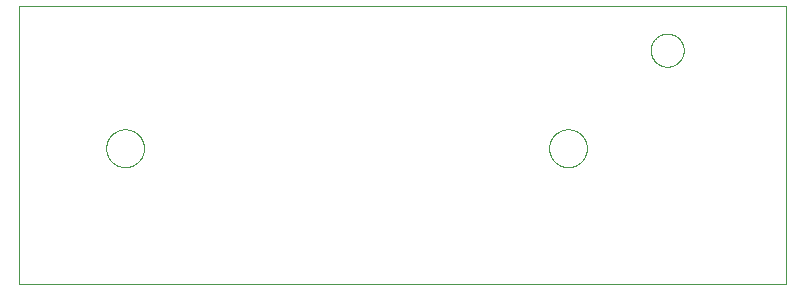
<source format=gtp>
G04 EAGLE Gerber RS-274X export*
G75*
%MOMM*%
%FSLAX34Y34*%
%LPD*%
%INTop solder paste for stencil*%
%IPPOS*%
%AMOC8*
5,1,8,0,0,1.08239X$1,22.5*%
G01*
%ADD10C,0.000000*%


D10*
X25320Y0D02*
X674680Y0D01*
X674680Y235000D01*
X25320Y235000D01*
X25320Y0D01*
X99000Y115000D02*
X99005Y115393D01*
X99019Y115785D01*
X99043Y116177D01*
X99077Y116568D01*
X99120Y116959D01*
X99173Y117348D01*
X99236Y117735D01*
X99307Y118121D01*
X99389Y118506D01*
X99479Y118888D01*
X99580Y119267D01*
X99689Y119645D01*
X99808Y120019D01*
X99935Y120390D01*
X100072Y120758D01*
X100218Y121123D01*
X100373Y121484D01*
X100536Y121841D01*
X100708Y122194D01*
X100889Y122542D01*
X101079Y122886D01*
X101276Y123226D01*
X101482Y123560D01*
X101696Y123889D01*
X101919Y124213D01*
X102149Y124531D01*
X102386Y124844D01*
X102632Y125150D01*
X102885Y125451D01*
X103145Y125745D01*
X103412Y126033D01*
X103686Y126314D01*
X103967Y126588D01*
X104255Y126855D01*
X104549Y127115D01*
X104850Y127368D01*
X105156Y127614D01*
X105469Y127851D01*
X105787Y128081D01*
X106111Y128304D01*
X106440Y128518D01*
X106774Y128724D01*
X107114Y128921D01*
X107458Y129111D01*
X107806Y129292D01*
X108159Y129464D01*
X108516Y129627D01*
X108877Y129782D01*
X109242Y129928D01*
X109610Y130065D01*
X109981Y130192D01*
X110355Y130311D01*
X110733Y130420D01*
X111112Y130521D01*
X111494Y130611D01*
X111879Y130693D01*
X112265Y130764D01*
X112652Y130827D01*
X113041Y130880D01*
X113432Y130923D01*
X113823Y130957D01*
X114215Y130981D01*
X114607Y130995D01*
X115000Y131000D01*
X115393Y130995D01*
X115785Y130981D01*
X116177Y130957D01*
X116568Y130923D01*
X116959Y130880D01*
X117348Y130827D01*
X117735Y130764D01*
X118121Y130693D01*
X118506Y130611D01*
X118888Y130521D01*
X119267Y130420D01*
X119645Y130311D01*
X120019Y130192D01*
X120390Y130065D01*
X120758Y129928D01*
X121123Y129782D01*
X121484Y129627D01*
X121841Y129464D01*
X122194Y129292D01*
X122542Y129111D01*
X122886Y128921D01*
X123226Y128724D01*
X123560Y128518D01*
X123889Y128304D01*
X124213Y128081D01*
X124531Y127851D01*
X124844Y127614D01*
X125150Y127368D01*
X125451Y127115D01*
X125745Y126855D01*
X126033Y126588D01*
X126314Y126314D01*
X126588Y126033D01*
X126855Y125745D01*
X127115Y125451D01*
X127368Y125150D01*
X127614Y124844D01*
X127851Y124531D01*
X128081Y124213D01*
X128304Y123889D01*
X128518Y123560D01*
X128724Y123226D01*
X128921Y122886D01*
X129111Y122542D01*
X129292Y122194D01*
X129464Y121841D01*
X129627Y121484D01*
X129782Y121123D01*
X129928Y120758D01*
X130065Y120390D01*
X130192Y120019D01*
X130311Y119645D01*
X130420Y119267D01*
X130521Y118888D01*
X130611Y118506D01*
X130693Y118121D01*
X130764Y117735D01*
X130827Y117348D01*
X130880Y116959D01*
X130923Y116568D01*
X130957Y116177D01*
X130981Y115785D01*
X130995Y115393D01*
X131000Y115000D01*
X130995Y114607D01*
X130981Y114215D01*
X130957Y113823D01*
X130923Y113432D01*
X130880Y113041D01*
X130827Y112652D01*
X130764Y112265D01*
X130693Y111879D01*
X130611Y111494D01*
X130521Y111112D01*
X130420Y110733D01*
X130311Y110355D01*
X130192Y109981D01*
X130065Y109610D01*
X129928Y109242D01*
X129782Y108877D01*
X129627Y108516D01*
X129464Y108159D01*
X129292Y107806D01*
X129111Y107458D01*
X128921Y107114D01*
X128724Y106774D01*
X128518Y106440D01*
X128304Y106111D01*
X128081Y105787D01*
X127851Y105469D01*
X127614Y105156D01*
X127368Y104850D01*
X127115Y104549D01*
X126855Y104255D01*
X126588Y103967D01*
X126314Y103686D01*
X126033Y103412D01*
X125745Y103145D01*
X125451Y102885D01*
X125150Y102632D01*
X124844Y102386D01*
X124531Y102149D01*
X124213Y101919D01*
X123889Y101696D01*
X123560Y101482D01*
X123226Y101276D01*
X122886Y101079D01*
X122542Y100889D01*
X122194Y100708D01*
X121841Y100536D01*
X121484Y100373D01*
X121123Y100218D01*
X120758Y100072D01*
X120390Y99935D01*
X120019Y99808D01*
X119645Y99689D01*
X119267Y99580D01*
X118888Y99479D01*
X118506Y99389D01*
X118121Y99307D01*
X117735Y99236D01*
X117348Y99173D01*
X116959Y99120D01*
X116568Y99077D01*
X116177Y99043D01*
X115785Y99019D01*
X115393Y99005D01*
X115000Y99000D01*
X114607Y99005D01*
X114215Y99019D01*
X113823Y99043D01*
X113432Y99077D01*
X113041Y99120D01*
X112652Y99173D01*
X112265Y99236D01*
X111879Y99307D01*
X111494Y99389D01*
X111112Y99479D01*
X110733Y99580D01*
X110355Y99689D01*
X109981Y99808D01*
X109610Y99935D01*
X109242Y100072D01*
X108877Y100218D01*
X108516Y100373D01*
X108159Y100536D01*
X107806Y100708D01*
X107458Y100889D01*
X107114Y101079D01*
X106774Y101276D01*
X106440Y101482D01*
X106111Y101696D01*
X105787Y101919D01*
X105469Y102149D01*
X105156Y102386D01*
X104850Y102632D01*
X104549Y102885D01*
X104255Y103145D01*
X103967Y103412D01*
X103686Y103686D01*
X103412Y103967D01*
X103145Y104255D01*
X102885Y104549D01*
X102632Y104850D01*
X102386Y105156D01*
X102149Y105469D01*
X101919Y105787D01*
X101696Y106111D01*
X101482Y106440D01*
X101276Y106774D01*
X101079Y107114D01*
X100889Y107458D01*
X100708Y107806D01*
X100536Y108159D01*
X100373Y108516D01*
X100218Y108877D01*
X100072Y109242D01*
X99935Y109610D01*
X99808Y109981D01*
X99689Y110355D01*
X99580Y110733D01*
X99479Y111112D01*
X99389Y111494D01*
X99307Y111879D01*
X99236Y112265D01*
X99173Y112652D01*
X99120Y113041D01*
X99077Y113432D01*
X99043Y113823D01*
X99019Y114215D01*
X99005Y114607D01*
X99000Y115000D01*
X474000Y115000D02*
X474005Y115393D01*
X474019Y115785D01*
X474043Y116177D01*
X474077Y116568D01*
X474120Y116959D01*
X474173Y117348D01*
X474236Y117735D01*
X474307Y118121D01*
X474389Y118506D01*
X474479Y118888D01*
X474580Y119267D01*
X474689Y119645D01*
X474808Y120019D01*
X474935Y120390D01*
X475072Y120758D01*
X475218Y121123D01*
X475373Y121484D01*
X475536Y121841D01*
X475708Y122194D01*
X475889Y122542D01*
X476079Y122886D01*
X476276Y123226D01*
X476482Y123560D01*
X476696Y123889D01*
X476919Y124213D01*
X477149Y124531D01*
X477386Y124844D01*
X477632Y125150D01*
X477885Y125451D01*
X478145Y125745D01*
X478412Y126033D01*
X478686Y126314D01*
X478967Y126588D01*
X479255Y126855D01*
X479549Y127115D01*
X479850Y127368D01*
X480156Y127614D01*
X480469Y127851D01*
X480787Y128081D01*
X481111Y128304D01*
X481440Y128518D01*
X481774Y128724D01*
X482114Y128921D01*
X482458Y129111D01*
X482806Y129292D01*
X483159Y129464D01*
X483516Y129627D01*
X483877Y129782D01*
X484242Y129928D01*
X484610Y130065D01*
X484981Y130192D01*
X485355Y130311D01*
X485733Y130420D01*
X486112Y130521D01*
X486494Y130611D01*
X486879Y130693D01*
X487265Y130764D01*
X487652Y130827D01*
X488041Y130880D01*
X488432Y130923D01*
X488823Y130957D01*
X489215Y130981D01*
X489607Y130995D01*
X490000Y131000D01*
X490393Y130995D01*
X490785Y130981D01*
X491177Y130957D01*
X491568Y130923D01*
X491959Y130880D01*
X492348Y130827D01*
X492735Y130764D01*
X493121Y130693D01*
X493506Y130611D01*
X493888Y130521D01*
X494267Y130420D01*
X494645Y130311D01*
X495019Y130192D01*
X495390Y130065D01*
X495758Y129928D01*
X496123Y129782D01*
X496484Y129627D01*
X496841Y129464D01*
X497194Y129292D01*
X497542Y129111D01*
X497886Y128921D01*
X498226Y128724D01*
X498560Y128518D01*
X498889Y128304D01*
X499213Y128081D01*
X499531Y127851D01*
X499844Y127614D01*
X500150Y127368D01*
X500451Y127115D01*
X500745Y126855D01*
X501033Y126588D01*
X501314Y126314D01*
X501588Y126033D01*
X501855Y125745D01*
X502115Y125451D01*
X502368Y125150D01*
X502614Y124844D01*
X502851Y124531D01*
X503081Y124213D01*
X503304Y123889D01*
X503518Y123560D01*
X503724Y123226D01*
X503921Y122886D01*
X504111Y122542D01*
X504292Y122194D01*
X504464Y121841D01*
X504627Y121484D01*
X504782Y121123D01*
X504928Y120758D01*
X505065Y120390D01*
X505192Y120019D01*
X505311Y119645D01*
X505420Y119267D01*
X505521Y118888D01*
X505611Y118506D01*
X505693Y118121D01*
X505764Y117735D01*
X505827Y117348D01*
X505880Y116959D01*
X505923Y116568D01*
X505957Y116177D01*
X505981Y115785D01*
X505995Y115393D01*
X506000Y115000D01*
X505995Y114607D01*
X505981Y114215D01*
X505957Y113823D01*
X505923Y113432D01*
X505880Y113041D01*
X505827Y112652D01*
X505764Y112265D01*
X505693Y111879D01*
X505611Y111494D01*
X505521Y111112D01*
X505420Y110733D01*
X505311Y110355D01*
X505192Y109981D01*
X505065Y109610D01*
X504928Y109242D01*
X504782Y108877D01*
X504627Y108516D01*
X504464Y108159D01*
X504292Y107806D01*
X504111Y107458D01*
X503921Y107114D01*
X503724Y106774D01*
X503518Y106440D01*
X503304Y106111D01*
X503081Y105787D01*
X502851Y105469D01*
X502614Y105156D01*
X502368Y104850D01*
X502115Y104549D01*
X501855Y104255D01*
X501588Y103967D01*
X501314Y103686D01*
X501033Y103412D01*
X500745Y103145D01*
X500451Y102885D01*
X500150Y102632D01*
X499844Y102386D01*
X499531Y102149D01*
X499213Y101919D01*
X498889Y101696D01*
X498560Y101482D01*
X498226Y101276D01*
X497886Y101079D01*
X497542Y100889D01*
X497194Y100708D01*
X496841Y100536D01*
X496484Y100373D01*
X496123Y100218D01*
X495758Y100072D01*
X495390Y99935D01*
X495019Y99808D01*
X494645Y99689D01*
X494267Y99580D01*
X493888Y99479D01*
X493506Y99389D01*
X493121Y99307D01*
X492735Y99236D01*
X492348Y99173D01*
X491959Y99120D01*
X491568Y99077D01*
X491177Y99043D01*
X490785Y99019D01*
X490393Y99005D01*
X490000Y99000D01*
X489607Y99005D01*
X489215Y99019D01*
X488823Y99043D01*
X488432Y99077D01*
X488041Y99120D01*
X487652Y99173D01*
X487265Y99236D01*
X486879Y99307D01*
X486494Y99389D01*
X486112Y99479D01*
X485733Y99580D01*
X485355Y99689D01*
X484981Y99808D01*
X484610Y99935D01*
X484242Y100072D01*
X483877Y100218D01*
X483516Y100373D01*
X483159Y100536D01*
X482806Y100708D01*
X482458Y100889D01*
X482114Y101079D01*
X481774Y101276D01*
X481440Y101482D01*
X481111Y101696D01*
X480787Y101919D01*
X480469Y102149D01*
X480156Y102386D01*
X479850Y102632D01*
X479549Y102885D01*
X479255Y103145D01*
X478967Y103412D01*
X478686Y103686D01*
X478412Y103967D01*
X478145Y104255D01*
X477885Y104549D01*
X477632Y104850D01*
X477386Y105156D01*
X477149Y105469D01*
X476919Y105787D01*
X476696Y106111D01*
X476482Y106440D01*
X476276Y106774D01*
X476079Y107114D01*
X475889Y107458D01*
X475708Y107806D01*
X475536Y108159D01*
X475373Y108516D01*
X475218Y108877D01*
X475072Y109242D01*
X474935Y109610D01*
X474808Y109981D01*
X474689Y110355D01*
X474580Y110733D01*
X474479Y111112D01*
X474389Y111494D01*
X474307Y111879D01*
X474236Y112265D01*
X474173Y112652D01*
X474120Y113041D01*
X474077Y113432D01*
X474043Y113823D01*
X474019Y114215D01*
X474005Y114607D01*
X474000Y115000D01*
X560030Y198000D02*
X560034Y198343D01*
X560047Y198685D01*
X560068Y199028D01*
X560097Y199369D01*
X560135Y199710D01*
X560181Y200050D01*
X560236Y200388D01*
X560298Y200725D01*
X560369Y201061D01*
X560449Y201394D01*
X560536Y201726D01*
X560632Y202055D01*
X560735Y202382D01*
X560847Y202706D01*
X560966Y203028D01*
X561093Y203346D01*
X561228Y203661D01*
X561371Y203973D01*
X561522Y204281D01*
X561680Y204585D01*
X561845Y204886D01*
X562018Y205182D01*
X562197Y205474D01*
X562384Y205761D01*
X562578Y206044D01*
X562779Y206322D01*
X562987Y206595D01*
X563201Y206862D01*
X563422Y207125D01*
X563649Y207382D01*
X563882Y207633D01*
X564122Y207878D01*
X564367Y208118D01*
X564618Y208351D01*
X564875Y208578D01*
X565138Y208799D01*
X565405Y209013D01*
X565678Y209221D01*
X565956Y209422D01*
X566239Y209616D01*
X566526Y209803D01*
X566818Y209982D01*
X567114Y210155D01*
X567415Y210320D01*
X567719Y210478D01*
X568027Y210629D01*
X568339Y210772D01*
X568654Y210907D01*
X568972Y211034D01*
X569294Y211153D01*
X569618Y211265D01*
X569945Y211368D01*
X570274Y211464D01*
X570606Y211551D01*
X570939Y211631D01*
X571275Y211702D01*
X571612Y211764D01*
X571950Y211819D01*
X572290Y211865D01*
X572631Y211903D01*
X572972Y211932D01*
X573315Y211953D01*
X573657Y211966D01*
X574000Y211970D01*
X574343Y211966D01*
X574685Y211953D01*
X575028Y211932D01*
X575369Y211903D01*
X575710Y211865D01*
X576050Y211819D01*
X576388Y211764D01*
X576725Y211702D01*
X577061Y211631D01*
X577394Y211551D01*
X577726Y211464D01*
X578055Y211368D01*
X578382Y211265D01*
X578706Y211153D01*
X579028Y211034D01*
X579346Y210907D01*
X579661Y210772D01*
X579973Y210629D01*
X580281Y210478D01*
X580585Y210320D01*
X580886Y210155D01*
X581182Y209982D01*
X581474Y209803D01*
X581761Y209616D01*
X582044Y209422D01*
X582322Y209221D01*
X582595Y209013D01*
X582862Y208799D01*
X583125Y208578D01*
X583382Y208351D01*
X583633Y208118D01*
X583878Y207878D01*
X584118Y207633D01*
X584351Y207382D01*
X584578Y207125D01*
X584799Y206862D01*
X585013Y206595D01*
X585221Y206322D01*
X585422Y206044D01*
X585616Y205761D01*
X585803Y205474D01*
X585982Y205182D01*
X586155Y204886D01*
X586320Y204585D01*
X586478Y204281D01*
X586629Y203973D01*
X586772Y203661D01*
X586907Y203346D01*
X587034Y203028D01*
X587153Y202706D01*
X587265Y202382D01*
X587368Y202055D01*
X587464Y201726D01*
X587551Y201394D01*
X587631Y201061D01*
X587702Y200725D01*
X587764Y200388D01*
X587819Y200050D01*
X587865Y199710D01*
X587903Y199369D01*
X587932Y199028D01*
X587953Y198685D01*
X587966Y198343D01*
X587970Y198000D01*
X587966Y197657D01*
X587953Y197315D01*
X587932Y196972D01*
X587903Y196631D01*
X587865Y196290D01*
X587819Y195950D01*
X587764Y195612D01*
X587702Y195275D01*
X587631Y194939D01*
X587551Y194606D01*
X587464Y194274D01*
X587368Y193945D01*
X587265Y193618D01*
X587153Y193294D01*
X587034Y192972D01*
X586907Y192654D01*
X586772Y192339D01*
X586629Y192027D01*
X586478Y191719D01*
X586320Y191415D01*
X586155Y191114D01*
X585982Y190818D01*
X585803Y190526D01*
X585616Y190239D01*
X585422Y189956D01*
X585221Y189678D01*
X585013Y189405D01*
X584799Y189138D01*
X584578Y188875D01*
X584351Y188618D01*
X584118Y188367D01*
X583878Y188122D01*
X583633Y187882D01*
X583382Y187649D01*
X583125Y187422D01*
X582862Y187201D01*
X582595Y186987D01*
X582322Y186779D01*
X582044Y186578D01*
X581761Y186384D01*
X581474Y186197D01*
X581182Y186018D01*
X580886Y185845D01*
X580585Y185680D01*
X580281Y185522D01*
X579973Y185371D01*
X579661Y185228D01*
X579346Y185093D01*
X579028Y184966D01*
X578706Y184847D01*
X578382Y184735D01*
X578055Y184632D01*
X577726Y184536D01*
X577394Y184449D01*
X577061Y184369D01*
X576725Y184298D01*
X576388Y184236D01*
X576050Y184181D01*
X575710Y184135D01*
X575369Y184097D01*
X575028Y184068D01*
X574685Y184047D01*
X574343Y184034D01*
X574000Y184030D01*
X573657Y184034D01*
X573315Y184047D01*
X572972Y184068D01*
X572631Y184097D01*
X572290Y184135D01*
X571950Y184181D01*
X571612Y184236D01*
X571275Y184298D01*
X570939Y184369D01*
X570606Y184449D01*
X570274Y184536D01*
X569945Y184632D01*
X569618Y184735D01*
X569294Y184847D01*
X568972Y184966D01*
X568654Y185093D01*
X568339Y185228D01*
X568027Y185371D01*
X567719Y185522D01*
X567415Y185680D01*
X567114Y185845D01*
X566818Y186018D01*
X566526Y186197D01*
X566239Y186384D01*
X565956Y186578D01*
X565678Y186779D01*
X565405Y186987D01*
X565138Y187201D01*
X564875Y187422D01*
X564618Y187649D01*
X564367Y187882D01*
X564122Y188122D01*
X563882Y188367D01*
X563649Y188618D01*
X563422Y188875D01*
X563201Y189138D01*
X562987Y189405D01*
X562779Y189678D01*
X562578Y189956D01*
X562384Y190239D01*
X562197Y190526D01*
X562018Y190818D01*
X561845Y191114D01*
X561680Y191415D01*
X561522Y191719D01*
X561371Y192027D01*
X561228Y192339D01*
X561093Y192654D01*
X560966Y192972D01*
X560847Y193294D01*
X560735Y193618D01*
X560632Y193945D01*
X560536Y194274D01*
X560449Y194606D01*
X560369Y194939D01*
X560298Y195275D01*
X560236Y195612D01*
X560181Y195950D01*
X560135Y196290D01*
X560097Y196631D01*
X560068Y196972D01*
X560047Y197315D01*
X560034Y197657D01*
X560030Y198000D01*
M02*

</source>
